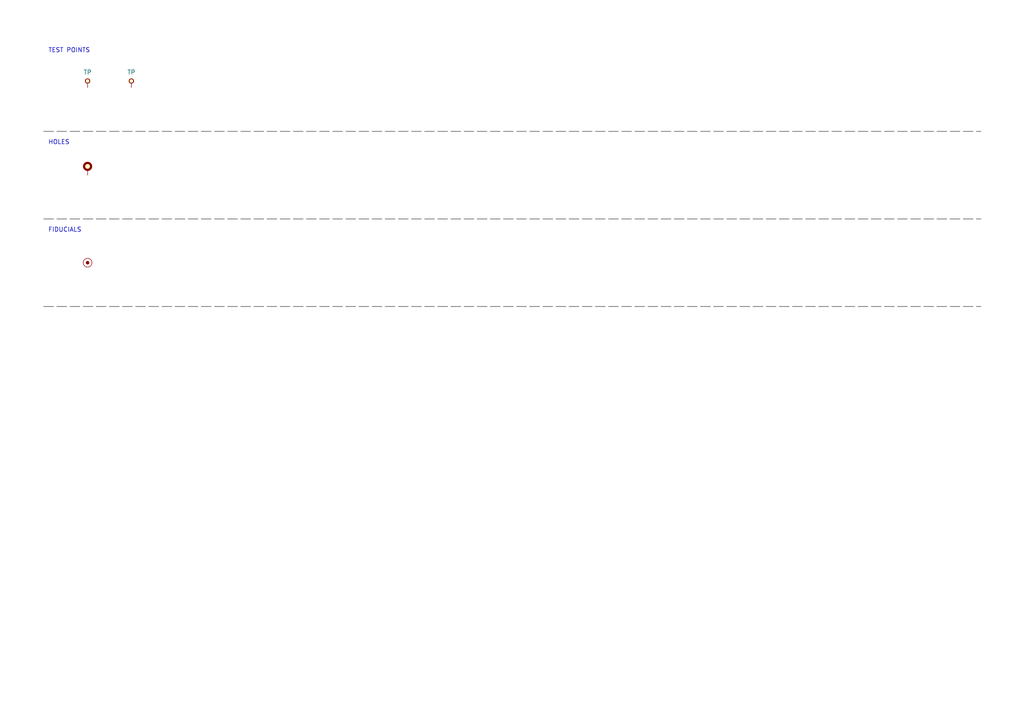
<source format=kicad_sch>
(kicad_sch
	(version 20250114)
	(generator "eeschema")
	(generator_version "9.0")
	(uuid "e63e39d7-6ac0-4ffd-8aa3-1841a4541b55")
	(paper "A4")
	(title_block
		(title "Various components")
		(date "2026-01-10")
		(rev "1")
		(comment 1 "-")
		(comment 2 "-")
	)
	(lib_symbols
		(symbol "lily_symbols:mec_fiducial_1mm_mask_2mm"
			(pin_numbers
				(hide yes)
			)
			(pin_names
				(hide yes)
			)
			(exclude_from_sim yes)
			(in_bom no)
			(on_board yes)
			(property "Reference" "M"
				(at 0 2.54 0)
				(effects
					(font
						(size 1.27 1.27)
					)
					(hide yes)
				)
			)
			(property "Value" "mec_fiducial_1mm_mask_2mm"
				(at 0 -2.54 0)
				(effects
					(font
						(size 1.27 1.27)
					)
					(hide yes)
				)
			)
			(property "Footprint" "lily_footprints:fiducial_1mm_mask_2mm"
				(at 0 -7.62 0)
				(effects
					(font
						(size 1.27 1.27)
					)
					(hide yes)
				)
			)
			(property "Datasheet" ""
				(at 0 0 0)
				(effects
					(font
						(size 1.27 1.27)
					)
					(hide yes)
				)
			)
			(property "Description" ""
				(at 0 0 0)
				(effects
					(font
						(size 1.27 1.27)
					)
					(hide yes)
				)
			)
			(property "Revision" "1"
				(at 0 -5.08 0)
				(effects
					(font
						(size 1.27 1.27)
					)
					(hide yes)
				)
			)
			(symbol "mec_fiducial_1mm_mask_2mm_0_1"
				(circle
					(center 0 0)
					(radius 1.27)
					(stroke
						(width 0)
						(type default)
					)
					(fill
						(type none)
					)
				)
			)
			(symbol "mec_fiducial_1mm_mask_2mm_1_1"
				(circle
					(center 0 0)
					(radius 0.254)
					(stroke
						(width 0.508)
						(type solid)
					)
					(fill
						(type none)
					)
				)
			)
			(embedded_fonts no)
		)
		(symbol "lily_symbols:mec_hole_m3_pth"
			(pin_numbers
				(hide yes)
			)
			(pin_names
				(hide yes)
			)
			(exclude_from_sim yes)
			(in_bom no)
			(on_board yes)
			(property "Reference" "M"
				(at 0 5.08 0)
				(effects
					(font
						(size 1.27 1.27)
					)
					(hide yes)
				)
			)
			(property "Value" "mec_hole_m3_pth"
				(at 0 -7.62 0)
				(effects
					(font
						(size 1.27 1.27)
					)
					(hide yes)
				)
			)
			(property "Footprint" "lily_footprints:mec_hole_m3_pth"
				(at 0 -12.7 0)
				(effects
					(font
						(size 1.27 1.27)
					)
					(hide yes)
				)
			)
			(property "Datasheet" ""
				(at 0 0 0)
				(effects
					(font
						(size 1.27 1.27)
					)
					(hide yes)
				)
			)
			(property "Description" ""
				(at 0 0 0)
				(effects
					(font
						(size 1.27 1.27)
					)
					(hide yes)
				)
			)
			(property "Revision" "1"
				(at 0 -10.16 0)
				(effects
					(font
						(size 1.27 1.27)
					)
					(hide yes)
				)
			)
			(symbol "mec_hole_m3_pth_1_1"
				(circle
					(center 0 2.54)
					(radius 1.016)
					(stroke
						(width 0.635)
						(type solid)
					)
					(fill
						(type background)
					)
				)
				(pin passive line
					(at 0 0 90)
					(length 1.27)
					(name ""
						(effects
							(font
								(size 1.27 1.27)
							)
						)
					)
					(number "1"
						(effects
							(font
								(size 1.27 1.27)
							)
						)
					)
				)
			)
			(embedded_fonts no)
		)
		(symbol "lily_symbols:test_point_1.1mm_th"
			(pin_numbers
				(hide yes)
			)
			(pin_names
				(hide yes)
			)
			(exclude_from_sim yes)
			(in_bom no)
			(on_board yes)
			(property "Reference" "TP"
				(at 0 -7.62 0)
				(effects
					(font
						(size 1.27 1.27)
					)
					(hide yes)
				)
			)
			(property "Value" "TP"
				(at 0 4.445 0)
				(effects
					(font
						(size 1.27 1.27)
					)
				)
			)
			(property "Footprint" "lily_footprints:test_point_1.1mm_th"
				(at 0 -12.7 0)
				(effects
					(font
						(size 1.27 1.27)
					)
					(hide yes)
				)
			)
			(property "Datasheet" ""
				(at 0 0 0)
				(effects
					(font
						(size 1.27 1.27)
					)
					(hide yes)
				)
			)
			(property "Description" ""
				(at 0 0 0)
				(effects
					(font
						(size 1.27 1.27)
					)
					(hide yes)
				)
			)
			(property "Revision" "1"
				(at 0 -10.16 0)
				(effects
					(font
						(size 1.27 1.27)
					)
					(hide yes)
				)
			)
			(symbol "test_point_1.1mm_th_0_1"
				(circle
					(center 0 1.905)
					(radius 0.635)
					(stroke
						(width 0.254)
						(type default)
					)
					(fill
						(type background)
					)
				)
			)
			(symbol "test_point_1.1mm_th_1_1"
				(pin passive line
					(at 0 0 90)
					(length 1.27)
					(name ""
						(effects
							(font
								(size 1.27 1.27)
							)
						)
					)
					(number "1"
						(effects
							(font
								(size 1.27 1.27)
							)
						)
					)
				)
			)
			(embedded_fonts no)
		)
		(symbol "lily_symbols:test_point_1mm_smd"
			(pin_numbers
				(hide yes)
			)
			(pin_names
				(hide yes)
			)
			(exclude_from_sim yes)
			(in_bom no)
			(on_board yes)
			(property "Reference" "TP"
				(at 0 -7.62 0)
				(effects
					(font
						(size 1.27 1.27)
					)
					(hide yes)
				)
			)
			(property "Value" "TP"
				(at 0 4.445 0)
				(effects
					(font
						(size 1.27 1.27)
					)
				)
			)
			(property "Footprint" "lily_footprints:test_point_1mm"
				(at 0 -12.7 0)
				(effects
					(font
						(size 1.27 1.27)
					)
					(hide yes)
				)
			)
			(property "Datasheet" ""
				(at 0 0 0)
				(effects
					(font
						(size 1.27 1.27)
					)
					(hide yes)
				)
			)
			(property "Description" ""
				(at 0 0 0)
				(effects
					(font
						(size 1.27 1.27)
					)
					(hide yes)
				)
			)
			(property "Revision" "1"
				(at 0 -10.16 0)
				(effects
					(font
						(size 1.27 1.27)
					)
					(hide yes)
				)
			)
			(symbol "test_point_1mm_smd_0_1"
				(circle
					(center 0 1.905)
					(radius 0.635)
					(stroke
						(width 0.254)
						(type default)
					)
					(fill
						(type background)
					)
				)
			)
			(symbol "test_point_1mm_smd_1_1"
				(pin passive line
					(at 0 0 90)
					(length 1.27)
					(name ""
						(effects
							(font
								(size 1.27 1.27)
							)
						)
					)
					(number "1"
						(effects
							(font
								(size 1.27 1.27)
							)
						)
					)
				)
			)
			(embedded_fonts no)
		)
	)
	(text "FIDUCIALS"
		(exclude_from_sim no)
		(at 13.97 66.04 0)
		(effects
			(font
				(size 1.27 1.27)
			)
			(justify left top)
		)
		(uuid "04ed1c06-5e36-44ce-a206-5394bbab4ffe")
	)
	(text "HOLES"
		(exclude_from_sim no)
		(at 13.97 40.64 0)
		(effects
			(font
				(size 1.27 1.27)
			)
			(justify left top)
		)
		(uuid "75db0b59-51a5-4e52-8c71-c05a01e2cbe3")
	)
	(text "TEST POINTS"
		(exclude_from_sim no)
		(at 13.97 13.97 0)
		(effects
			(font
				(size 1.27 1.27)
			)
			(justify left top)
		)
		(uuid "b992c887-cdd2-424f-bc7c-7ff2b009fbd1")
	)
	(polyline
		(pts
			(xy 12.7 63.5) (xy 284.48 63.5)
		)
		(stroke
			(width 0.254)
			(type dash)
			(color 132 132 132 1)
		)
		(uuid "65b692cf-cf0c-454b-94a5-f52a094afa9d")
	)
	(polyline
		(pts
			(xy 12.7 88.9) (xy 284.48 88.9)
		)
		(stroke
			(width 0.254)
			(type dash)
			(color 132 132 132 1)
		)
		(uuid "7929e309-14d5-436c-bc90-3da699b27192")
	)
	(polyline
		(pts
			(xy 12.7 38.1) (xy 284.48 38.1)
		)
		(stroke
			(width 0.254)
			(type dash)
			(color 132 132 132 1)
		)
		(uuid "e6dccbf4-81fe-4c94-81fb-9e1e250c6d36")
	)
	(symbol
		(lib_id "lily_symbols:mec_hole_m3_pth")
		(at 25.4 50.8 0)
		(unit 1)
		(exclude_from_sim yes)
		(in_bom no)
		(on_board yes)
		(dnp no)
		(uuid "176d7244-4970-41b1-8c10-f592b4fb6d44")
		(property "Reference" "M1001"
			(at 25.4 45.72 0)
			(effects
				(font
					(size 1.27 1.27)
				)
				(hide yes)
			)
		)
		(property "Value" "mec_hole_m3_pth"
			(at 25.4 58.42 0)
			(effects
				(font
					(size 1.27 1.27)
				)
				(hide yes)
			)
		)
		(property "Footprint" "lily_footprints:mec_hole_m3_pth"
			(at 25.4 63.5 0)
			(effects
				(font
					(size 1.27 1.27)
				)
				(hide yes)
			)
		)
		(property "Datasheet" ""
			(at 25.4 50.8 0)
			(effects
				(font
					(size 1.27 1.27)
				)
				(hide yes)
			)
		)
		(property "Description" ""
			(at 25.4 50.8 0)
			(effects
				(font
					(size 1.27 1.27)
				)
				(hide yes)
			)
		)
		(property "Revision" "1"
			(at 25.4 60.96 0)
			(effects
				(font
					(size 1.27 1.27)
				)
				(hide yes)
			)
		)
		(pin "1"
			(uuid "48287b6b-1f25-4147-8591-8269dbae06b3")
		)
		(instances
			(project ""
				(path "/e63e39d7-6ac0-4ffd-8aa3-1841a4541b55"
					(reference "M1001")
					(unit 1)
				)
			)
		)
	)
	(symbol
		(lib_id "lily_symbols:test_point_1.1mm_th")
		(at 25.4 25.4 0)
		(unit 1)
		(exclude_from_sim yes)
		(in_bom no)
		(on_board yes)
		(dnp no)
		(uuid "499dd689-4b43-4a97-bd9a-87d9adfbd743")
		(property "Reference" "TP1001"
			(at 25.4 33.02 0)
			(effects
				(font
					(size 1.27 1.27)
				)
				(hide yes)
			)
		)
		(property "Value" "TP"
			(at 25.4 20.955 0)
			(effects
				(font
					(size 1.27 1.27)
				)
			)
		)
		(property "Footprint" "lily_footprints:test_point_1.1mm_th"
			(at 25.4 38.1 0)
			(effects
				(font
					(size 1.27 1.27)
				)
				(hide yes)
			)
		)
		(property "Datasheet" ""
			(at 25.4 25.4 0)
			(effects
				(font
					(size 1.27 1.27)
				)
				(hide yes)
			)
		)
		(property "Description" ""
			(at 25.4 25.4 0)
			(effects
				(font
					(size 1.27 1.27)
				)
				(hide yes)
			)
		)
		(property "Revision" "1"
			(at 25.4 35.56 0)
			(effects
				(font
					(size 1.27 1.27)
				)
				(hide yes)
			)
		)
		(pin "1"
			(uuid "268c0488-c975-4e8a-93c3-4877dfe5e948")
		)
		(instances
			(project ""
				(path "/e63e39d7-6ac0-4ffd-8aa3-1841a4541b55"
					(reference "TP1001")
					(unit 1)
				)
			)
		)
	)
	(symbol
		(lib_id "lily_symbols:mec_fiducial_1mm_mask_2mm")
		(at 25.4 76.2 0)
		(unit 1)
		(exclude_from_sim yes)
		(in_bom no)
		(on_board yes)
		(dnp no)
		(uuid "d6559c01-f643-46ea-9fb2-e5b19a1b796a")
		(property "Reference" "M1002"
			(at 25.4 73.66 0)
			(effects
				(font
					(size 1.27 1.27)
				)
				(hide yes)
			)
		)
		(property "Value" "mec_fiducial_1mm_mask_2mm"
			(at 25.4 78.74 0)
			(effects
				(font
					(size 1.27 1.27)
				)
				(hide yes)
			)
		)
		(property "Footprint" "lily_footprints:fiducial_1mm_mask_2mm"
			(at 25.4 83.82 0)
			(effects
				(font
					(size 1.27 1.27)
				)
				(hide yes)
			)
		)
		(property "Datasheet" ""
			(at 25.4 76.2 0)
			(effects
				(font
					(size 1.27 1.27)
				)
				(hide yes)
			)
		)
		(property "Description" ""
			(at 25.4 76.2 0)
			(effects
				(font
					(size 1.27 1.27)
				)
				(hide yes)
			)
		)
		(property "Revision" "1"
			(at 25.4 81.28 0)
			(effects
				(font
					(size 1.27 1.27)
				)
				(hide yes)
			)
		)
		(instances
			(project ""
				(path "/e63e39d7-6ac0-4ffd-8aa3-1841a4541b55"
					(reference "M1002")
					(unit 1)
				)
			)
		)
	)
	(symbol
		(lib_id "lily_symbols:test_point_1mm_smd")
		(at 38.1 25.4 0)
		(unit 1)
		(exclude_from_sim yes)
		(in_bom no)
		(on_board yes)
		(dnp no)
		(uuid "dda14448-8e60-4f3c-9096-88e2f0bb8adf")
		(property "Reference" "TP1002"
			(at 38.1 33.02 0)
			(effects
				(font
					(size 1.27 1.27)
				)
				(hide yes)
			)
		)
		(property "Value" "TP"
			(at 38.1 20.955 0)
			(effects
				(font
					(size 1.27 1.27)
				)
			)
		)
		(property "Footprint" "lily_footprints:test_point_1mm"
			(at 38.1 38.1 0)
			(effects
				(font
					(size 1.27 1.27)
				)
				(hide yes)
			)
		)
		(property "Datasheet" ""
			(at 38.1 25.4 0)
			(effects
				(font
					(size 1.27 1.27)
				)
				(hide yes)
			)
		)
		(property "Description" ""
			(at 38.1 25.4 0)
			(effects
				(font
					(size 1.27 1.27)
				)
				(hide yes)
			)
		)
		(property "Revision" "1"
			(at 38.1 35.56 0)
			(effects
				(font
					(size 1.27 1.27)
				)
				(hide yes)
			)
		)
		(pin "1"
			(uuid "9a83786b-c5be-4a9b-928a-c7eec054a2cc")
		)
		(instances
			(project ""
				(path "/e63e39d7-6ac0-4ffd-8aa3-1841a4541b55"
					(reference "TP1002")
					(unit 1)
				)
			)
		)
	)
	(sheet_instances
		(path "/"
			(page "1")
		)
	)
	(embedded_fonts no)
)

</source>
